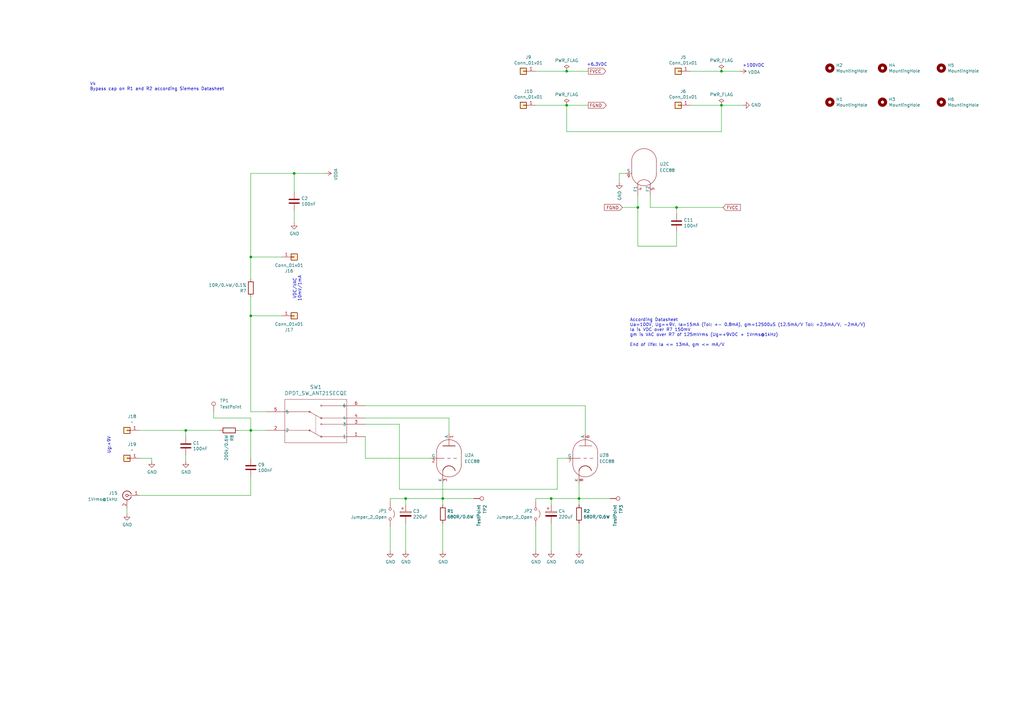
<source format=kicad_sch>
(kicad_sch (version 20231120) (generator "eeschema") (generator_version "8.0")
  (paper "A3")
  (title_block (title "GM Test Setup ECC88") (date "2024-09-04") (rev "V4"))
  (lib_symbols
    (symbol "Connector:Conn_Coaxial" (pin_names (offset 1.016) hide)
      (property "Reference" "J" (at 0.254 3.048 0))
      (property "Value" "Conn_Coaxial" (at 2.921 0 90))
      (symbol "Conn_Coaxial_0_1"
        (arc (start -1.778 -0.508) (mid 0.2311 -1.8066) (end 1.778 0) (stroke (width 0.254)))
        (polyline (pts (xy -2.54 0) (xy -0.508 0)))
        (polyline (pts (xy 0 -2.54) (xy 0 -1.778)))
        (circle (center 0 0) (radius 0.508) (stroke (width 0.2032)))
        (arc (start 1.778 0) (mid 0.2099 1.8101) (end -1.778 0.508) (stroke (width 0.254)))
      )
      (symbol "Conn_Coaxial_1_1"
        (pin passive line (at -5.08 0 0) (length 2.54) (name "In") (number "1"))
        (pin passive line (at 0 -5.08 90) (length 2.54) (name "Ext") (number "2"))
      )
    )
    (symbol "Connector:TestPoint" (pin_numbers hide) (pin_names (offset 0.762) hide)
      (property "Reference" "TP" (at 0 6.858 0))
      (property "Value" "TestPoint" (at 0 5.08 0))
      (symbol "TestPoint_0_1"
        (circle (center 0 3.302) (radius 0.762))
      )
      (symbol "TestPoint_1_1"
        (pin passive line (at 0 0 90) (length 2.54) (name "1") (number "1"))
      )
    )
    (symbol "Connector_Generic:Conn_01x01" (pin_names (offset 1.016) hide)
      (property "Reference" "J" (at 0 2.54 0))
      (property "Value" "Conn_01x01" (at 0 -2.54 0))
      (symbol "Conn_01x01_1_1"
        (rectangle (start -1.27 0.127) (end 0 -0.127) (stroke (width 0.1524)))
        (rectangle (start -1.27 1.27) (end 1.27 -1.27) (stroke (width 0.254)) (fill (type background)))
        (pin passive line (at -5.08 0 0) (length 3.81) (name "Pin_1") (number "1"))
      )
    )
    (symbol "Device:C" (pin_numbers hide) (pin_names (offset 0.254))
      (property "Reference" "C" (at 0.635 2.54 0))
      (property "Value" "C" (at 0.635 -2.54 0))
      (symbol "C_0_1"
        (polyline (pts (xy -2.032 -0.762) (xy 2.032 -0.762)) (stroke (width 0.508)))
        (polyline (pts (xy -2.032 0.762) (xy 2.032 0.762)) (stroke (width 0.508)))
      )
      (symbol "C_1_1"
        (pin passive line (at 0 3.81 270) (length 2.794) (name "~") (number "1"))
        (pin passive line (at 0 -3.81 90) (length 2.794) (name "~") (number "2"))
      )
    )
    (symbol "Device:C_Polarized" (pin_numbers hide) (pin_names (offset 0.254))
      (property "Reference" "C" (at 0.635 2.54 0))
      (property "Value" "C_Polarized" (at 0.635 -2.54 0))
      (symbol "C_Polarized_0_1"
        (rectangle (start -2.286 0.508) (end 2.286 1.016))
        (polyline (pts (xy -1.778 2.286) (xy -0.762 2.286)))
        (polyline (pts (xy -1.27 2.794) (xy -1.27 1.778)))
        (rectangle (start 2.286 -0.508) (end -2.286 -1.016) (fill (type outline)))
      )
      (symbol "C_Polarized_1_1"
        (pin passive line (at 0 3.81 270) (length 2.794) (name "~") (number "1"))
        (pin passive line (at 0 -3.81 90) (length 2.794) (name "~") (number "2"))
      )
    )
    (symbol "Device:R" (pin_numbers hide) (pin_names (offset 0))
      (property "Reference" "R" (at 2.032 0 90))
      (property "Value" "R" (at 0 0 90))
      (symbol "R_0_1"
        (rectangle (start -1.016 -2.54) (end 1.016 2.54) (stroke (width 0.254)))
      )
      (symbol "R_1_1"
        (pin passive line (at 0 3.81 270) (length 1.27) (name "~") (number "1"))
        (pin passive line (at 0 -3.81 90) (length 1.27) (name "~") (number "2"))
      )
    )
    (symbol "Jumper:Jumper_2_Open" (pin_numbers hide) (pin_names (offset 0) hide) (exclude_from_sim yes)
      (property "Reference" "JP" (at 0 2.794 0))
      (property "Value" "Jumper_2_Open" (at 0 -2.286 0))
      (symbol "Jumper_2_Open_0_0"
        (circle (center -2.032 0) (radius 0.508))
        (circle (center 2.032 0) (radius 0.508))
      )
      (symbol "Jumper_2_Open_0_1"
        (arc (start 1.524 1.27) (mid 0 1.778) (end -1.524 1.27))
      )
      (symbol "Jumper_2_Open_1_1"
        (pin passive line (at -5.08 0 0) (length 2.54) (name "A") (number "1"))
        (pin passive line (at 5.08 0 180) (length 2.54) (name "B") (number "2"))
      )
    )
    (symbol "Mechanical:MountingHole" (pin_names (offset 1.016))
      (property "Reference" "H" (at 0 5.08 0))
      (property "Value" "MountingHole" (at 0 3.175 0))
      (symbol "MountingHole_0_1"
        (circle (center 0 0) (radius 1.27) (stroke (width 1.27)))
      )
    )
    (symbol "kicad-snk:DPDT_SW_ANT21SECQE" (pin_names (offset 0.254))
      (property "Reference" "SW" (at 20.32 7.62 0))
      (property "Value" "DPDT_SW_ANT21SECQE" (at 20.32 5.08 0))
      (symbol "DPDT_SW_ANT21SECQE_0_1"
        (polyline (pts (xy 7.62 -15.24) (xy 33.02 -15.24)) (stroke (width 0.127)))
        (polyline (pts (xy 7.62 -12.7) (xy 17.78 -12.7)) (stroke (width 0.127)))
        (polyline (pts (xy 7.62 -7.62) (xy 17.78 -7.62)) (stroke (width 0.127)))
        (polyline (pts (xy 7.62 -5.08) (xy 17.78 -5.08)) (stroke (width 0.127)))
        (polyline (pts (xy 7.62 0) (xy 17.78 0)) (stroke (width 0.127)))
        (polyline (pts (xy 7.62 2.54) (xy 7.62 -15.24)) (stroke (width 0.127)))
        (polyline (pts (xy 20.32 -8.255) (xy 20.32 -8.5725)) (stroke (width 0.127)))
        (polyline (pts (xy 20.32 -7.62) (xy 20.32 -7.9375)) (stroke (width 0.127)))
        (polyline (pts (xy 20.32 -6.985) (xy 20.32 -7.3025)) (stroke (width 0.127)))
        (polyline (pts (xy 20.32 -6.35) (xy 20.32 -6.6675)) (stroke (width 0.127)))
        (polyline (pts (xy 20.32 -5.715) (xy 20.32 -6.0325)) (stroke (width 0.127)))
        (polyline (pts (xy 20.32 -5.08) (xy 20.32 -5.3975)) (stroke (width 0.127)))
        (polyline (pts (xy 20.32 -4.445) (xy 20.32 -4.7625)) (stroke (width 0.127)))
        (polyline (pts (xy 20.32 -3.81) (xy 20.32 -4.1275)) (stroke (width 0.127)))
        (polyline (pts (xy 20.32 -3.175) (xy 20.32 -3.4925)) (stroke (width 0.127)))
        (polyline (pts (xy 20.32 -2.54) (xy 20.32 -2.8575)) (stroke (width 0.127)))
        (polyline (pts (xy 20.32 -1.905) (xy 20.32 -2.2225)) (stroke (width 0.127)))
        (polyline (pts (xy 20.32 -1.27) (xy 20.32 -1.5875)) (stroke (width 0.127)))
        (polyline (pts (xy 22.86 -10.16) (xy 17.78 -7.3025)) (stroke (width 0.127)))
        (polyline (pts (xy 22.86 -2.54) (xy 17.78 0.3175)) (stroke (width 0.127)))
        (polyline (pts (xy 33.02 -15.24) (xy 33.02 2.54)) (stroke (width 0.127)))
        (polyline (pts (xy 33.02 -10.16) (xy 22.86 -10.16)) (stroke (width 0.127)))
        (polyline (pts (xy 33.02 -2.54) (xy 22.86 -2.54)) (stroke (width 0.127)))
        (polyline (pts (xy 33.02 2.54) (xy 7.62 2.54)) (stroke (width 0.127)))
        (circle (center 18.0975 -12.7) (radius 0.3048) (stroke (width 0.127)))
        (circle (center 18.0975 -7.62) (radius 0.3048) (stroke (width 0.127)))
        (circle (center 18.0975 -5.08) (radius 0.3048) (stroke (width 0.127)))
        (circle (center 18.0975 0) (radius 0.3048) (stroke (width 0.127)))
        (circle (center 22.86 -10.16) (radius 0.3048) (stroke (width 0.127)))
        (circle (center 22.86 -2.54) (radius 0.3048) (stroke (width 0.127)))
        (pin unspecified line (at 0 0 0) (length 7.62) (name "1") (number "1"))
        (pin unspecified line (at 40.64 -2.54 180) (length 7.62) (name "2") (number "2"))
        (pin unspecified line (at 0 -5.08 0) (length 7.62) (name "3") (number "3"))
        (pin unspecified line (at 0 -7.62 0) (length 7.62) (name "4") (number "4"))
        (pin unspecified line (at 40.64 -10.16 180) (length 7.62) (name "5") (number "5"))
        (pin unspecified line (at 0 -12.7 0) (length 7.62) (name "6") (number "6"))
      )
    )
    (symbol "kicad-snk:ECC88-Shield" (pin_names (offset 0))
      (property "Reference" "U" (at 4.318 7.112 0))
      (property "Value" "ECC88-Shield" (at 5.08 -7.62 0))
      (symbol "ECC88-Shield_0_1"
        (arc (start -5.08 -2.54) (mid 0 -7.5978) (end 5.08 -2.54))
        (polyline (pts (xy -5.08 0) (xy -5.08 -2.54)))
        (polyline (pts (xy -5.08 2.54) (xy -5.08 0)))
        (polyline (pts (xy 5.08 2.54) (xy 5.08 -2.54)))
        (arc (start 5.08 2.54) (mid 0 7.5978) (end -5.08 2.54))
      )
      (symbol "ECC88-Shield_1_0"
        (polyline (pts (xy -2.54 -5.08) (xy -2.54 -7.62)))
        (polyline (pts (xy 0 5.08) (xy 0 7.62)))
      )
      (symbol "ECC88-Shield_1_1"
        (polyline (pts (xy -5.08 0) (xy -3.175 0)))
        (polyline (pts (xy -1.905 0) (xy -3.175 0)) (stroke (width 0.1524)))
        (polyline (pts (xy -0.635 0) (xy 0.635 0)) (stroke (width 0.1524)))
        (polyline (pts (xy 1.905 0) (xy 3.175 0)) (stroke (width 0.1524)))
        (polyline (pts (xy -2.54 5.08) (xy 2.54 5.08) (xy 2.54 5.08)) (stroke (width 0.254)))
        (arc (start 2.54 -5.08) (mid 0 -3.0968) (end -2.54 -5.08) (stroke (width 0.254)))
        (pin output line (at 0 10.16 270) (length 2.54) (name "A") (number "1"))
        (pin input line (at -7.62 0 0) (length 2.54) (name "G") (number "2"))
        (pin bidirectional line (at -2.54 -10.16 90) (length 2.54) (name "K") (number "3"))
      )
      (symbol "ECC88-Shield_2_0"
        (polyline (pts (xy -5.08 0) (xy -3.175 0)))
        (polyline (pts (xy -2.54 -5.08) (xy -2.54 -7.62)))
        (polyline (pts (xy -1.905 0) (xy -3.175 0)) (stroke (width 0.1524)))
        (polyline (pts (xy -0.635 0) (xy 0.635 0)) (stroke (width 0.1524)))
        (polyline (pts (xy 0 5.08) (xy 0 7.62)))
        (polyline (pts (xy 1.905 0) (xy 3.175 0)) (stroke (width 0.1524)))
        (polyline (pts (xy 2.794 5.08) (xy -2.54 5.08) (xy -2.54 5.08)) (stroke (width 0.1524)))
      )
      (symbol "ECC88-Shield_2_1"
        (arc (start 2.54 -5.08) (mid 0 -3.0968) (end -2.54 -5.08) (stroke (width 0.254)))
        (pin output line (at 0 10.16 270) (length 2.54) (name "A") (number "6"))
        (pin input line (at -7.62 0 0) (length 2.54) (name "G") (number "7"))
        (pin bidirectional line (at -2.54 -10.16 90) (length 2.54) (name "K") (number "8"))
      )
      (symbol "ECC88-Shield_3_1"
        (arc (start 2.54 -6.35) (mid 0 -5.1292) (end -2.54 -6.35))
        (pin power_in line (at -2.54 -11.43 90) (length 5.08) (name "F1") (number "4"))
        (pin power_in line (at 2.54 -11.43 90) (length 5.08) (name "F2") (number "5"))
        (pin passive line (at -7.62 -2.54 0) (length 2.54) (name "S") (number "9"))
      )
    )
    (symbol "power:GND" (power) (pin_names (offset 0))
      (property "Value" "GND" (at 0 -3.81 0))
      (symbol "GND_0_1"
        (polyline (pts (xy 0 0) (xy 0 -1.27) (xy 1.27 -1.27) (xy 0 -2.54) (xy -1.27 -1.27) (xy 0 -1.27)))
      )
      (symbol "GND_1_1"
        (pin power_in line (at 0 0 270) (length 0) hide (name "GND") (number "1"))
      )
    )
    (symbol "power:PWR_FLAG" (power) (pin_numbers hide) (pin_names (offset 0) hide)
      (property "Value" "PWR_FLAG" (at 0 3.81 0))
      (symbol "PWR_FLAG_0_0"
        (pin power_out line (at 0 0 90) (length 0) (name "pwr") (number "1"))
      )
      (symbol "PWR_FLAG_0_1"
        (polyline (pts (xy 0 0) (xy 0 1.27) (xy -1.016 1.905) (xy 0 2.54) (xy 1.016 1.905) (xy 0 1.27)))
      )
    )
    (symbol "power:VDDA" (power) (pin_names (offset 0))
      (property "Value" "VDDA" (at 0 3.81 0))
      (symbol "VDDA_0_1"
        (polyline (pts (xy -0.762 1.27) (xy 0 2.54)))
        (polyline (pts (xy 0 0) (xy 0 2.54)))
        (polyline (pts (xy 0 2.54) (xy 0.762 1.27)))
      )
      (symbol "VDDA_1_1"
        (pin power_in line (at 0 0 90) (length 0) hide (name "VDDA") (number "1"))
      )
    )
  )
  (junction (at 237.49 204.47))
  (junction (at 181.61 204.47))
  (junction (at 76.2 176.53))
  (junction (at 295.91 43.18))
  (junction (at 102.87 105.41))
  (junction (at 277.495 85.09))
  (junction (at 232.41 43.18))
  (junction (at 295.91 29.21))
  (junction (at 166.37 204.47))
  (junction (at 102.87 176.53))
  (junction (at 232.41 29.21))
  (junction (at 261.62 85.09))
  (junction (at 102.87 129.54))
  (junction (at 226.06 204.47))
  (junction (at 120.65 71.12))
  (wire (pts (xy 232.41 53.975) (xy 232.41 43.18)))
  (wire (pts (xy 232.41 53.975) (xy 295.91 53.975)))
  (wire (pts (xy 232.41 187.96) (xy 228.6 187.96)))
  (wire (pts (xy 166.37 204.47) (xy 166.37 207.01)))
  (wire (pts (xy 237.49 204.47) (xy 237.49 207.01)))
  (wire (pts (xy 254 71.12) (xy 254 74.93)))
  (wire (pts (xy 184.15 171.45) (xy 184.15 177.8)))
  (wire (pts (xy 166.37 204.47) (xy 181.61 204.47)))
  (wire (pts (xy 102.87 129.54) (xy 102.87 168.91)))
  (wire (pts (xy 226.06 204.47) (xy 237.49 204.47)))
  (wire (pts (xy 149.86 179.07) (xy 149.86 187.96)))
  (wire (pts (xy 149.86 173.99) (xy 163.83 173.99)))
  (wire (pts (xy 256.54 71.12) (xy 254 71.12)))
  (wire (pts (xy 277.495 95.25) (xy 277.495 100.965)))
  (wire (pts (xy 62.23 187.96) (xy 62.23 189.23)))
  (wire (pts (xy 226.06 204.47) (xy 226.06 207.01)))
  (wire (pts (xy -133.35 114.3) (xy -116.84 114.3)))
  (wire (pts (xy 57.15 176.53) (xy 76.2 176.53)))
  (wire (pts (xy 277.495 85.09) (xy 296.545 85.09)))
  (wire (pts (xy 120.65 78.74) (xy 120.65 71.12)))
  (wire (pts (xy 102.87 71.12) (xy 102.87 105.41)))
  (wire (pts (xy 219.71 43.18) (xy 232.41 43.18)))
  (wire (pts (xy 52.07 208.28) (xy 52.07 210.82)))
  (wire (pts (xy 261.62 80.01) (xy 261.62 85.09)))
  (wire (pts (xy 261.62 85.09) (xy 261.62 100.965)))
  (wire (pts (xy 237.49 214.63) (xy 237.49 226.06)))
  (wire (pts (xy 295.91 29.21) (xy 283.21 29.21)))
  (wire (pts (xy 97.79 176.53) (xy 102.87 176.53)))
  (wire (pts (xy 303.53 29.21) (xy 295.91 29.21)))
  (wire (pts (xy 149.86 166.37) (xy 240.03 166.37)))
  (wire (pts (xy 277.495 85.09) (xy 277.495 87.63)))
  (wire (pts (xy 102.87 176.53) (xy 102.87 187.96)))
  (wire (pts (xy 76.2 176.53) (xy 76.2 179.07)))
  (wire (pts (xy 102.87 168.91) (xy 109.22 168.91)))
  (wire (pts (xy 87.63 171.45) (xy 87.63 168.91)))
  (wire (pts (xy 219.71 215.9) (xy 219.71 226.06)))
  (wire (pts (xy 237.49 198.12) (xy 237.49 204.47)))
  (wire (pts (xy 181.61 204.47) (xy 181.61 207.01)))
  (wire (pts (xy 102.87 105.41) (xy 115.57 105.41)))
  (wire (pts (xy 102.87 176.53) (xy 102.87 171.45)))
  (wire (pts (xy -111.76 124.46) (xy -111.76 147.32)))
  (wire (pts (xy 160.02 204.47) (xy 166.37 204.47)))
  (wire (pts (xy 283.21 43.18) (xy 295.91 43.18)))
  (wire (pts (xy 149.86 171.45) (xy 184.15 171.45)))
  (wire (pts (xy 163.83 173.99) (xy 163.83 200.66)))
  (wire (pts (xy 232.41 29.21) (xy 241.3 29.21)))
  (wire (pts (xy 76.2 186.69) (xy 76.2 189.23)))
  (wire (pts (xy 295.91 43.18) (xy 304.8 43.18)))
  (wire (pts (xy 149.86 187.96) (xy 176.53 187.96)))
  (wire (pts (xy 219.71 204.47) (xy 219.71 205.74)))
  (wire (pts (xy 102.87 176.53) (xy 109.22 176.53)))
  (wire (pts (xy 181.61 214.63) (xy 181.61 226.06)))
  (wire (pts (xy 261.62 100.965) (xy 277.495 100.965)))
  (wire (pts (xy 266.7 85.09) (xy 277.495 85.09)))
  (wire (pts (xy 226.06 214.63) (xy 226.06 226.06)))
  (wire (pts (xy 166.37 214.63) (xy 166.37 226.06)))
  (wire (pts (xy 160.02 205.74) (xy 160.02 204.47)))
  (wire (pts (xy 62.23 187.96) (xy 57.15 187.96)))
  (wire (pts (xy 232.41 29.21) (xy 219.71 29.21)))
  (wire (pts (xy 163.83 200.66) (xy 228.6 200.66)))
  (wire (pts (xy 102.87 105.41) (xy 102.87 114.3)))
  (wire (pts (xy 181.61 198.12) (xy 181.61 204.47)))
  (wire (pts (xy 232.41 43.18) (xy 241.3 43.18)))
  (wire (pts (xy 181.61 204.47) (xy 194.31 204.47)))
  (wire (pts (xy 240.03 166.37) (xy 240.03 177.8)))
  (wire (pts (xy 295.91 53.975) (xy 295.91 43.18)))
  (wire (pts (xy 160.02 215.9) (xy 160.02 226.06)))
  (wire (pts (xy 90.17 176.53) (xy 76.2 176.53)))
  (wire (pts (xy 102.87 203.2) (xy 102.87 195.58)))
  (wire (pts (xy 102.87 71.12) (xy 120.65 71.12)))
  (wire (pts (xy 219.71 204.47) (xy 226.06 204.47)))
  (wire (pts (xy 120.65 71.12) (xy 133.35 71.12)))
  (wire (pts (xy 102.87 129.54) (xy 115.57 129.54)))
  (wire (pts (xy 266.7 80.01) (xy 266.7 85.09)))
  (wire (pts (xy 255.27 85.09) (xy 261.62 85.09)))
  (wire (pts (xy 228.6 200.66) (xy 228.6 187.96)))
  (wire (pts (xy -109.22 98.425) (xy -109.22 104.14)))
  (wire (pts (xy 57.15 203.2) (xy 102.87 203.2)))
  (wire (pts (xy 102.87 121.92) (xy 102.87 129.54)))
  (wire (pts (xy 120.65 91.44) (xy 120.65 86.36)))
  (wire (pts (xy 237.49 204.47) (xy 250.19 204.47)))
  (wire (pts (xy 102.87 171.45) (xy 87.63 171.45)))
  (text "+6.3VDC" (at 240.665 27.305 0) (effects (font (size 1.27 1.27)) (justify left bottom)))
  (text "VDC/VAC\n10mV/1mA" (at 121.92 118.364 90) (effects (font (size 1.27 1.27))))
  (text "Ug:+9V" (at 44.704 182.626 90) (effects (font (size 1.27 1.27))))
  (text "V4\nBypass cap on R1 and R2 according Siemens Datasheet\n" (at 36.83 35.56 0) (effects (font (size 1.27 1.27)) (justify left)))
  (text "According Datasheet\nUa=100V, Ug=+9V, Ia=15mA (Tol: +- 0.8mA), gm=12500uS (12.5mA/V Tol: +2.5mA/V, -2mA/V)\nIa is VDC over R7 150mV\ngm is VAC over R7 of 125mVrms (Ug=+9VDC + 1Vrms@1kHz)\n\nEnd of life: Ia <= 13mA, gm <= mA/V" (at 258.318 136.398 0) (effects (font (size 1.27 1.27)) (justify left)))
  (text "+100VDC" (at 304.546 27.686 0) (effects (font (size 1.27 1.27)) (justify left bottom)))
  (global_label "FGND" (shape output) (at 241.3 43.18 0) (property "Intersheetrefs" "${INTERSHEET_REFS}" (effects (hide yes))))
  (global_label "FVCC" (shape output) (at 241.3 29.21 0) (property "Intersheetrefs" "${INTERSHEET_REFS}" (effects (hide yes))))
  (global_label "FGND" (shape input) (at 255.27 85.09 180) (property "Intersheetrefs" "${INTERSHEET_REFS}" (effects (hide yes))))
  (global_label "FVCC" (shape input) (at 296.545 85.09 0) (property "Intersheetrefs" "${INTERSHEET_REFS}" (effects (hide yes))))
  (symbol (lib_id "Connector_Generic:Conn_01x01") (at 278.13 29.21 180) (unit 1)
    (property "Reference" "J5" (at 280.2128 23.495 0))
    (property "Value" "Conn_01x01" (at 280.2128 25.8064 0))
    (property "Footprint" "Connector_Pin:Pin_D1.3mm_L11.0mm" (effects (hide yes)))
  )
  (symbol (lib_id "Connector_Generic:Conn_01x01") (at 278.13 43.18 180) (unit 1)
    (property "Reference" "J6" (at 280.2128 37.465 0))
    (property "Value" "Conn_01x01" (at 280.2128 39.7764 0))
    (property "Footprint" "Connector_Pin:Pin_D1.3mm_L11.0mm" (effects (hide yes)))
  )
  (symbol (lib_id "Mechanical:MountingHole") (at 340.36 27.94 0) (unit 1)
    (property "Reference" "H2" (at 342.9 26.7716 0) (effects (justify left)))
    (property "Value" "MountingHole" (at 342.9 29.083 0) (effects (justify left)))
    (property "Footprint" "MountingHole:MountingHole_3.2mm_M3_Pad_Via" (effects (hide yes)))
  )
  (symbol (lib_id "Mechanical:MountingHole") (at 361.95 27.94 0) (unit 1)
    (property "Reference" "H4" (at 364.49 26.7716 0) (effects (justify left)))
    (property "Value" "MountingHole" (at 364.49 29.083 0) (effects (justify left)))
    (property "Footprint" "MountingHole:MountingHole_3.2mm_M3_Pad_Via" (effects (hide yes)))
  )
  (symbol (lib_id "Mechanical:MountingHole") (at 340.36 41.91 0) (unit 1)
    (property "Reference" "H1" (at 342.9 40.7416 0) (effects (justify left)))
    (property "Value" "MountingHole" (at 342.9 43.053 0) (effects (justify left)))
    (property "Footprint" "MountingHole:MountingHole_3.2mm_M3_Pad_Via" (effects (hide yes)))
  )
  (symbol (lib_id "Mechanical:MountingHole") (at 361.95 41.91 0) (unit 1)
    (property "Reference" "H3" (at 364.49 40.7416 0) (effects (justify left)))
    (property "Value" "MountingHole" (at 364.49 43.053 0) (effects (justify left)))
    (property "Footprint" "MountingHole:MountingHole_3.2mm_M3_Pad_Via" (effects (hide yes)))
  )
  (symbol (lib_id "power:PWR_FLAG") (at 295.91 29.21 0) (unit 1)
    (property "Reference" "#FLG04" (effects (hide yes)))
    (property "Value" "PWR_FLAG" (at 295.91 24.8158 0))
  )
  (symbol (lib_id "power:GND") (at 304.8 43.18 90) (unit 1)
    (property "Reference" "#PWR05" (effects (hide yes)))
    (property "Value" "GND" (at 308.0512 43.053 90) (effects (justify right)))
  )
  (symbol (lib_id "power:PWR_FLAG") (at 295.91 43.18 0) (unit 1)
    (property "Reference" "#FLG03" (effects (hide yes)))
    (property "Value" "PWR_FLAG" (at 295.91 38.7858 0))
  )
  (symbol (lib_id "power:VDDA") (at 303.53 29.21 270) (unit 1)
    (property "Reference" "#PWR07" (effects (hide yes)))
    (property "Value" "VDDA" (at 306.7812 29.591 90) (effects (justify left)))
  )
  (symbol (lib_id "Connector_Generic:Conn_01x01") (at 214.63 29.21 180) (unit 1)
    (property "Reference" "J9" (at 216.7128 23.495 0))
    (property "Value" "Conn_01x01" (at 216.7128 25.8064 0))
    (property "Footprint" "Connector_Pin:Pin_D1.3mm_L11.0mm" (effects (hide yes)))
  )
  (symbol (lib_id "Connector_Generic:Conn_01x01") (at 214.63 43.18 180) (unit 1)
    (property "Reference" "J10" (at 216.7128 37.465 0))
    (property "Value" "Conn_01x01" (at 216.7128 39.7764 0))
    (property "Footprint" "Connector_Pin:Pin_D1.3mm_L11.0mm" (effects (hide yes)))
  )
  (symbol (lib_id "power:PWR_FLAG") (at 232.41 29.21 0) (unit 1)
    (property "Reference" "#FLG01" (effects (hide yes)))
    (property "Value" "PWR_FLAG" (at 232.41 24.8158 0))
  )
  (symbol (lib_id "power:PWR_FLAG") (at 232.41 43.18 0) (unit 1)
    (property "Reference" "#FLG02" (effects (hide yes)))
    (property "Value" "PWR_FLAG" (at 232.41 38.7858 0))
  )
  (symbol (lib_id "Device:C") (at 277.495 91.44 0) (unit 1)
    (property "Reference" "C11" (at 280.416 90.2716 0) (effects (justify left)))
    (property "Value" "100nF" (at 280.416 92.583 0) (effects (justify left)))
    (property "Footprint" "Capacitor_THT:C_Rect_L7.2mm_W2.5mm_P5.00mm_FKS2_FKP2_MKS2_MKP2" (effects (hide yes)))
  )
  (symbol (lib_id "Device:C_Polarized") (at 166.37 210.82 0) (unit 1)
    (property "Reference" "C3" (at 169.3672 209.6516 0) (effects (justify left)))
    (property "Value" "220uF" (at 169.3672 211.963 0) (effects (justify left)))
    (property "Footprint" "Capacitor_THT:CP_Radial_D8.0mm_P3.50mm" (effects (hide yes)))
  )
  (symbol (lib_id "kicad-snk:ECC88-Shield") (at 264.16 68.58 0) (unit 3)
    (property "Reference" "U2" (at 270.51 67.3099 0) (effects (justify left)))
    (property "Value" "ECC88" (at 270.51 69.8499 0) (effects (justify left)))
    (property "Footprint" "kicad-snk:TubeNoval-ECC88" (effects (hide yes)))
    (property "Datasheet" "http://www.r-type.org/pdfs/ecc88.pdf" (effects (hide yes)))
  )
  (symbol (lib_id "Device:C") (at 76.2 182.88 0) (unit 1)
    (property "Reference" "C1" (at 79.121 181.7116 0) (effects (justify left)))
    (property "Value" "100nF" (at 79.121 184.023 0) (effects (justify left)))
    (property "Footprint" "Capacitor_THT:C_Rect_L7.2mm_W2.5mm_P5.00mm_FKS2_FKP2_MKS2_MKP2" (effects (hide yes)))
  )
  (symbol (lib_id "Device:R") (at 181.61 210.82 0) (unit 1)
    (property "Reference" "R1" (at 183.388 209.6516 0) (effects (justify left)))
    (property "Value" "680R/0.6W" (at 183.388 211.963 0) (effects (justify left)))
    (property "Footprint" "Resistor_THT:R_Axial_DIN0207_L6.3mm_D2.5mm_P10.16mm_Horizontal" (effects (hide yes)))
  )
  (symbol (lib_id "power:GND") (at 226.06 226.06 0) (unit 1)
    (property "Reference" "#PWR09" (effects (hide yes)))
    (property "Value" "GND" (at 226.187 230.4542 0))
  )
  (symbol (lib_id "power:GND") (at 166.37 226.06 0) (unit 1)
    (property "Reference" "#PWR011" (effects (hide yes)))
    (property "Value" "GND" (at 166.497 230.4542 0))
  )
  (symbol (lib_id "power:GND") (at 237.49 226.06 0) (unit 1)
    (property "Reference" "#PWR02" (effects (hide yes)))
    (property "Value" "GND" (at 237.617 230.4542 0))
  )
  (symbol (lib_id "power:GND") (at 160.02 226.06 0) (unit 1)
    (property "Reference" "#PWR010" (effects (hide yes)))
    (property "Value" "GND" (at 160.147 230.4542 0))
  )
  (symbol (lib_id "Connector_Generic:Conn_01x01") (at 120.65 105.41 0) (unit 1)
    (property "Reference" "J16" (at 118.5672 111.125 0))
    (property "Value" "Conn_01x01" (at 118.5672 108.8136 0))
    (property "Footprint" "Connector_Pin:Pin_D1.0mm_L10.0mm" (effects (hide yes)))
  )
  (symbol (lib_id "Connector:TestPoint") (at 87.63 168.91 0) (unit 1)
    (property "Reference" "TP1" (at 90.17 164.3379 0) (effects (justify left)))
    (property "Value" "TestPoint" (at 90.17 166.8779 0) (effects (justify left)))
    (property "Footprint" "TestPoint:TestPoint_Pad_D2.0mm" (effects (hide yes)))
  )
  (symbol (lib_id "Connector_Generic:Conn_01x01") (at 52.07 187.96 180) (unit 1)
    (property "Reference" "J19" (at 54.1528 182.245 0))
    (property "Value" "~" (at 54.1528 184.5564 0))
    (property "Footprint" "Connector_Pin:Pin_D1.0mm_L10.0mm" (effects (hide yes)))
  )
  (symbol (lib_id "Connector:Conn_Coaxial") (at 52.07 203.2 0) (mirror y) (unit 1)
    (property "Reference" "J15" (at 48.26 202.2231 0) (effects (justify left)))
    (property "Value" "1Vrms@1kHz" (at 48.26 204.7631 0) (effects (justify left)))
    (property "Footprint" "kicad-snk:RCA-Phono_CUI-Devices_RCJ-02X_Vertical" (effects (hide yes)))
    (property "Description" "coaxial connector (BNC, SMA, SMB, SMC, Cinch/RCA, LEMO, ...)" (effects (hide yes)))
  )
  (symbol (lib_id "power:GND") (at 120.65 91.44 0) (unit 1)
    (property "Reference" "#PWR03" (effects (hide yes)))
    (property "Value" "GND" (at 120.777 95.8342 0))
  )
  (symbol (lib_id "power:GND") (at 52.07 210.82 0) (unit 1)
    (property "Reference" "#PWR014" (effects (hide yes)))
    (property "Value" "GND" (at 52.197 215.2142 0))
  )
  (symbol (lib_id "Mechanical:MountingHole") (at 386.08 41.91 0) (unit 1)
    (property "Reference" "H6" (at 388.62 40.7416 0) (effects (justify left)))
    (property "Value" "MountingHole" (at 388.62 43.053 0) (effects (justify left)))
    (property "Footprint" "MountingHole:MountingHole_3.2mm_M3_Pad_Via" (effects (hide yes)))
  )
  (symbol (lib_id "Device:C_Polarized") (at 226.06 210.82 0) (unit 1)
    (property "Reference" "C4" (at 229.0572 209.6516 0) (effects (justify left)))
    (property "Value" "220uF" (at 229.0572 211.963 0) (effects (justify left)))
    (property "Footprint" "Capacitor_THT:CP_Radial_D8.0mm_P3.50mm" (effects (hide yes)))
  )
  (symbol (lib_id "power:VDDA") (at 133.35 71.12 270) (unit 1)
    (property "Reference" "#PWR04" (effects (hide yes)))
    (property "Value" "VDDA" (at 137.7442 71.501 0))
  )
  (symbol (lib_id "Device:C") (at 120.65 82.55 0) (unit 1)
    (property "Reference" "C2" (at 123.571 81.3816 0) (effects (justify left)))
    (property "Value" "100nF" (at 123.571 83.693 0) (effects (justify left)))
    (property "Footprint" "Capacitor_THT:C_Rect_L16.5mm_W5.0mm_P15.00mm_MKT" (effects (hide yes)))
  )
  (symbol (lib_id "kicad-snk:ECC88-Shield") (at 240.03 187.96 0) (unit 2)
    (property "Reference" "U2" (at 245.745 186.6899 0) (effects (justify left)))
    (property "Value" "ECC88" (at 245.745 189.2299 0) (effects (justify left)))
    (property "Footprint" "kicad-snk:TubeNoval-ECC88" (effects (hide yes)))
    (property "Datasheet" "http://www.r-type.org/pdfs/ecc88.pdf" (effects (hide yes)))
  )
  (symbol (lib_id "Mechanical:MountingHole") (at 386.08 27.94 0) (unit 1)
    (property "Reference" "H5" (at 388.62 26.7716 0) (effects (justify left)))
    (property "Value" "MountingHole" (at 388.62 29.083 0) (effects (justify left)))
    (property "Footprint" "MountingHole:MountingHole_3.2mm_M3_Pad_Via" (effects (hide yes)))
  )
  (symbol (lib_id "power:GND") (at 219.71 226.06 0) (unit 1)
    (property "Reference" "#PWR08" (effects (hide yes)))
    (property "Value" "GND" (at 219.837 230.4542 0))
  )
  (symbol (lib_id "Connector_Generic:Conn_01x01") (at 52.07 176.53 180) (unit 1)
    (property "Reference" "J18" (at 54.1528 170.815 0))
    (property "Value" "~" (at 54.1528 173.1264 0))
    (property "Footprint" "Connector_Pin:Pin_D1.0mm_L10.0mm" (effects (hide yes)))
  )
  (symbol (lib_id "Jumper:Jumper_2_Open") (at 160.02 210.82 270) (mirror x) (unit 1) (exclude_from_sim yes)
    (property "Reference" "JP1" (at 158.75 209.5499 90) (effects (justify right)))
    (property "Value" "Jumper_2_Open" (at 158.75 212.0899 90) (effects (justify right)))
    (property "Footprint" "Connector_PinHeader_2.54mm:PinHeader_1x02_P2.54mm_Vertical" (effects (hide yes)))
    (property "Description" "Jumper, 2-pole, open" (effects (hide yes)))
  )
  (symbol (lib_id "power:GND") (at 254 74.93 0) (unit 1)
    (property "Reference" "#PWR06" (effects (hide yes)))
    (property "Value" "GND" (at 254.127 78.1812 90) (effects (justify right)))
  )
  (symbol (lib_id "Connector:TestPoint") (at 194.31 204.47 270) (unit 1)
    (property "Reference" "TP2" (at 198.8821 207.01 0) (effects (justify left)))
    (property "Value" "TestPoint" (at 196.3421 207.01 0) (effects (justify left)))
    (property "Footprint" "TestPoint:TestPoint_Pad_D2.0mm" (effects (hide yes)))
  )
  (symbol (lib_id "Jumper:Jumper_2_Open") (at 219.71 210.82 270) (mirror x) (unit 1) (exclude_from_sim yes)
    (property "Reference" "JP2" (at 218.44 209.5499 90) (effects (justify right)))
    (property "Value" "Jumper_2_Open" (at 218.44 212.0899 90) (effects (justify right)))
    (property "Footprint" "Connector_PinHeader_2.54mm:PinHeader_1x02_P2.54mm_Vertical" (effects (hide yes)))
    (property "Description" "Jumper, 2-pole, open" (effects (hide yes)))
  )
  (symbol (lib_id "Connector:TestPoint") (at 250.19 204.47 270) (unit 1)
    (property "Reference" "TP3" (at 254.7621 207.01 0) (effects (justify left)))
    (property "Value" "TestPoint" (at 252.2221 207.01 0) (effects (justify left)))
    (property "Footprint" "TestPoint:TestPoint_Pad_D2.0mm" (effects (hide yes)))
  )
  (symbol (lib_id "power:GND") (at 181.61 226.06 0) (unit 1)
    (property "Reference" "#PWR01" (effects (hide yes)))
    (property "Value" "GND" (at 181.737 230.4542 0))
  )
  (symbol (lib_id "kicad-snk:ECC88-Shield") (at 184.15 187.96 0) (unit 1)
    (property "Reference" "U2" (at 190.5 186.6899 0) (effects (justify left)))
    (property "Value" "ECC88" (at 190.5 189.2299 0) (effects (justify left)))
    (property "Footprint" "kicad-snk:TubeNoval-ECC88" (effects (hide yes)))
    (property "Datasheet" "http://www.r-type.org/pdfs/ecc88.pdf" (effects (hide yes)))
  )
  (symbol (lib_id "Device:R") (at 102.87 118.11 180) (unit 1)
    (property "Reference" "R7" (at 101.092 119.2784 0) (effects (justify left)))
    (property "Value" "10R/0.4W/0.1%" (at 101.092 116.967 0) (effects (justify left)))
    (property "Footprint" "Resistor_THT:R_Axial_DIN0207_L6.3mm_D2.5mm_P10.16mm_Horizontal" (effects (hide yes)))
  )
  (symbol (lib_id "Device:C") (at 102.87 191.77 0) (unit 1)
    (property "Reference" "C9" (at 105.791 190.6016 0) (effects (justify left)))
    (property "Value" "100nF" (at 105.791 192.913 0) (effects (justify left)))
    (property "Footprint" "Capacitor_THT:C_Rect_L7.2mm_W2.5mm_P5.00mm_FKS2_FKP2_MKS2_MKP2" (effects (hide yes)))
  )
  (symbol (lib_id "kicad-snk:DPDT_SW_ANT21SECQE") (at 149.86 179.07 180) (unit 1)
    (property "Reference" "SW1" (at 129.54 158.75 0) (effects (font (size 1.524 1.524))))
    (property "Value" "DPDT_SW_ANT21SECQE" (at 129.54 161.29 0) (effects (font (size 1.524 1.524))))
    (property "Footprint" "kicad-snk:SW6_ANT21SECQE_CRS" (effects (hide yes)))
    (property "Datasheet" "ANT21SECQE" (effects (hide yes)))
    (property "Description" "https://www.digikey.ch/de/products/detail/cit-relay-and-switch/ANT21SECQE/12503353" (effects (hide yes)))
  )
  (symbol (lib_id "Device:R") (at 93.98 176.53 270) (unit 1)
    (property "Reference" "R8" (at 95.1484 178.308 0) (effects (justify left)))
    (property "Value" "200k/0.6W" (at 92.837 178.308 0) (effects (justify left)))
    (property "Footprint" "Resistor_THT:R_Axial_DIN0207_L6.3mm_D2.5mm_P10.16mm_Horizontal" (effects (hide yes)))
  )
  (symbol (lib_id "Connector_Generic:Conn_01x01") (at 120.65 129.54 0) (unit 1)
    (property "Reference" "J17" (at 118.5672 135.255 0))
    (property "Value" "Conn_01x01" (at 118.5672 132.9436 0))
    (property "Footprint" "Connector_Pin:Pin_D1.0mm_L10.0mm" (effects (hide yes)))
  )
  (symbol (lib_id "power:GND") (at 76.2 189.23 0) (unit 1)
    (property "Reference" "#PWR012" (effects (hide yes)))
    (property "Value" "GND" (at 76.327 193.6242 0))
  )
  (symbol (lib_id "power:GND") (at 62.23 189.23 0) (unit 1)
    (property "Reference" "#PWR015" (effects (hide yes)))
    (property "Value" "GND" (at 62.357 193.6242 0))
  )
  (symbol (lib_id "Device:R") (at 237.49 210.82 0) (unit 1)
    (property "Reference" "R2" (at 239.268 209.6516 0) (effects (justify left)))
    (property "Value" "680R/0.6W" (at 239.268 211.963 0) (effects (justify left)))
    (property "Footprint" "Resistor_THT:R_Axial_DIN0207_L6.3mm_D2.5mm_P10.16mm_Horizontal" (effects (hide yes)))
  )
)
</source>
